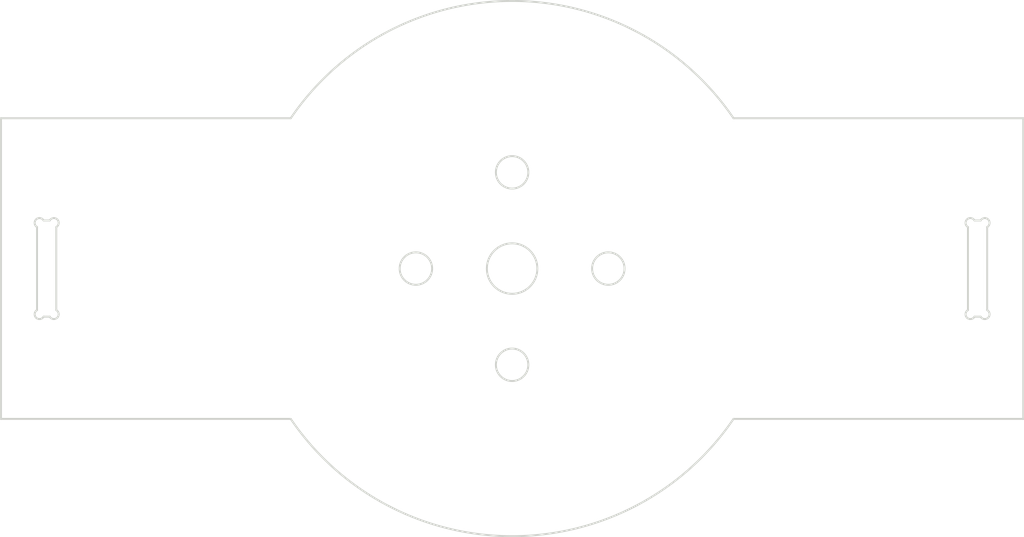
<source format=kicad_pcb>
(kicad_pcb (version 20200811) (host pcbnew "(5.99.0-2687-geae739d98)")

  (general
    (thickness 1.6)
    (drawings 0)
    (tracks 0)
    (modules 0)
    (nets 1)
  )

  (paper "A4")
  (layers
    (0 "F.Cu" signal)
    (31 "B.Cu" signal)
    (32 "B.Adhes" user)
    (33 "F.Adhes" user)
    (34 "B.Paste" user)
    (35 "F.Paste" user)
    (36 "B.SilkS" user)
    (37 "F.SilkS" user)
    (38 "B.Mask" user)
    (39 "F.Mask" user)
    (40 "Dwgs.User" user)
    (41 "Cmts.User" user)
    (42 "Eco1.User" user)
    (43 "Eco2.User" user)
    (44 "Edge.Cuts" user)
    (45 "Margin" user)
    (46 "B.CrtYd" user)
    (47 "F.CrtYd" user)
    (48 "B.Fab" user)
    (49 "F.Fab" user)
  )

  (setup
    (grid_origin 150 100)
    (pcbplotparams
      (layerselection 0x010fc_ffffffff)
      (usegerberextensions false)
      (usegerberattributes true)
      (usegerberadvancedattributes true)
      (creategerberjobfile true)
      (svguseinch false)
      (svgprecision 6)
      (excludeedgelayer true)
      (linewidth 0.100000)
      (plotframeref false)
      (viasonmask false)
      (mode 1)
      (useauxorigin false)
      (hpglpennumber 1)
      (hpglpenspeed 20)
      (hpglpendiameter 15.000000)
      (psnegative false)
      (psa4output false)
      (plotreference true)
      (plotvalue true)
      (plotinvisibletext false)
      (sketchpadsonfab false)
      (subtractmaskfromsilk false)
      (outputformat 1)
      (mirror false)
      (drillshape 1)
      (scaleselection 1)
      (outputdirectory "")
    )
  )

  (net 0 "")


  (gr_arc (start 150.000 100.000) (end 168.407 87.500) (angle -111.640) (layer Edge.Cuts) (width 0.16))
  (gr_circle (center 150.000 100.000) (end 147.900 100.000) (layer Edge.Cuts) (width 0.16))
  (gr_circle (center 150.000 92.000) (end 148.650 92.000) (layer Edge.Cuts) (width 0.16))
  (gr_circle (center 158.000 100.000) (end 156.650 100.000) (layer Edge.Cuts) (width 0.16))
  (gr_circle (center 142.000 100.000) (end 140.650 100.000) (layer Edge.Cuts) (width 0.16))
  (gr_circle (center 150.000 108.000) (end 148.650 108.000) (layer Edge.Cuts) (width 0.16))
  (gr_line (start 107.500 87.500) (end 131.593 87.500) (angle 90) (layer Edge.Cuts) (width 0.16))
  (gr_line (start 192.500 87.500) (end 192.500 112.500) (angle 90) (layer Edge.Cuts) (width 0.16))
  (gr_line (start 192.500 112.500) (end 168.407 112.500) (angle 90) (layer Edge.Cuts) (width 0.16))
  (gr_line (start 107.500 112.500) (end 107.500 87.500) (angle 90) (layer Edge.Cuts) (width 0.16))
  (gr_line (start 168.407 87.500) (end 192.500 87.500) (angle 90) (layer Edge.Cuts) (width 0.16))
  (gr_line (start 131.593 112.500) (end 107.500 112.500) (angle 90) (layer Edge.Cuts) (width 0.16))
  (gr_arc (start 150.000 100.000) (end 131.593 112.500) (angle -111.640) (layer Edge.Cuts) (width 0.16))
  (gr_line (start 110.500 96.546) (end 110.500 103.454) (angle 90) (layer Edge.Cuts) (width 0.16))
  (gr_line (start 111.046 104.000) (end 111.554 104.000) (angle 90) (layer Edge.Cuts) (width 0.16))
  (gr_line (start 112.100 103.454) (end 112.100 96.546) (angle 90) (layer Edge.Cuts) (width 0.16))
  (gr_line (start 111.554 96.000) (end 111.046 96.000) (angle 90) (layer Edge.Cuts) (width 0.16))
  (gr_arc (start 110.700 96.200) (end 111.046 96.000) (angle -210.000) (layer Edge.Cuts) (width 0.16))
  (gr_arc (start 111.900 96.200) (end 112.100 96.546) (angle -210.000) (layer Edge.Cuts) (width 0.16))
  (gr_arc (start 111.900 103.800) (end 111.554 104.000) (angle -210.000) (layer Edge.Cuts) (width 0.16))
  (gr_arc (start 110.700 103.800) (end 110.500 103.454) (angle -210.000) (layer Edge.Cuts) (width 0.16))
  (gr_line (start 187.900 96.546) (end 187.900 103.454) (angle 90) (layer Edge.Cuts) (width 0.16))
  (gr_line (start 188.446 104.000) (end 188.954 104.000) (angle 90) (layer Edge.Cuts) (width 0.16))
  (gr_line (start 189.500 103.454) (end 189.500 96.546) (angle 90) (layer Edge.Cuts) (width 0.16))
  (gr_line (start 188.954 96.000) (end 188.446 96.000) (angle 90) (layer Edge.Cuts) (width 0.16))
  (gr_arc (start 188.100 96.200) (end 188.446 96.000) (angle -210.000) (layer Edge.Cuts) (width 0.16))
  (gr_arc (start 189.300 96.200) (end 189.500 96.546) (angle -210.000) (layer Edge.Cuts) (width 0.16))
  (gr_arc (start 189.300 103.800) (end 188.954 104.000) (angle -210.000) (layer Edge.Cuts) (width 0.16))
  (gr_arc (start 188.100 103.800) (end 187.900 103.454) (angle -210.000) (layer Edge.Cuts) (width 0.16))
)
 
</source>
